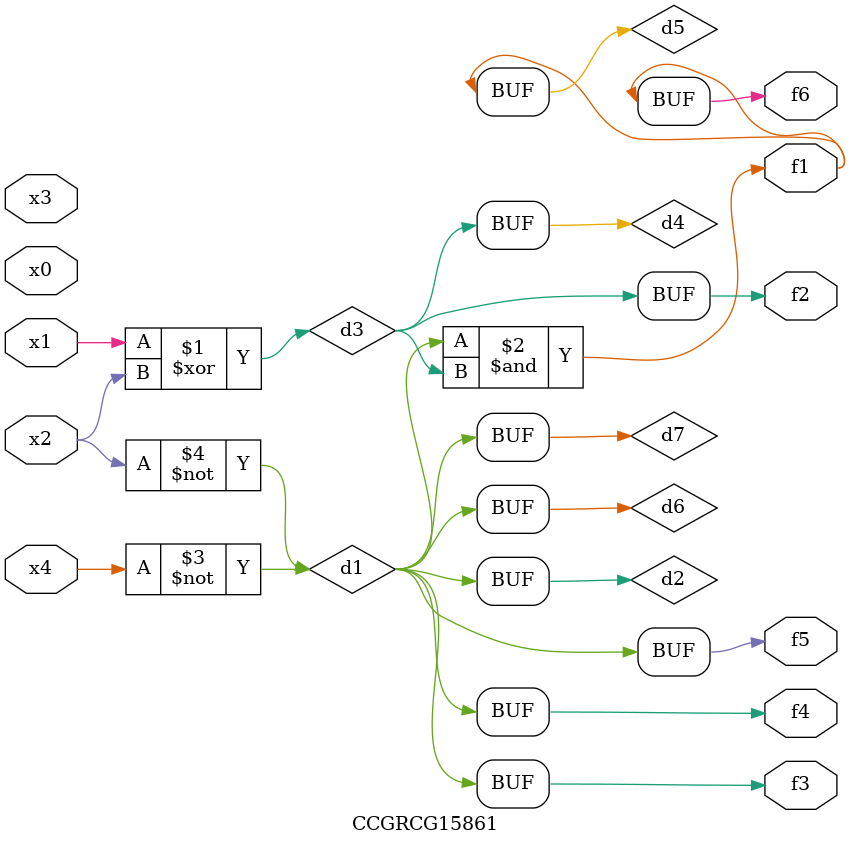
<source format=v>
module CCGRCG15861(
	input x0, x1, x2, x3, x4,
	output f1, f2, f3, f4, f5, f6
);

	wire d1, d2, d3, d4, d5, d6, d7;

	not (d1, x4);
	not (d2, x2);
	xor (d3, x1, x2);
	buf (d4, d3);
	and (d5, d1, d3);
	buf (d6, d1, d2);
	buf (d7, d2);
	assign f1 = d5;
	assign f2 = d4;
	assign f3 = d7;
	assign f4 = d7;
	assign f5 = d7;
	assign f6 = d5;
endmodule

</source>
